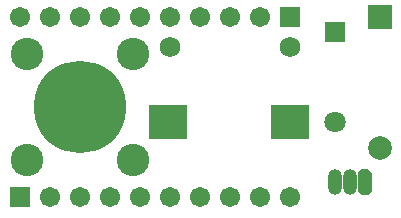
<source format=gbr>
G04 DipTrace 2.4.0.2*
%INTopMask.gbr*%
%MOIN*%
%ADD17R,0.0709X0.0709*%
%ADD35C,0.068*%
%ADD37C,0.068*%
%ADD39O,0.0474X0.0867*%
%ADD41R,0.126X0.118*%
%ADD43C,0.0671*%
%ADD45R,0.0671X0.0671*%
%ADD47C,0.108*%
%ADD49C,0.308*%
%ADD51C,0.0789*%
%ADD53R,0.0789X0.0789*%
%ADD55C,0.071*%
%FSLAX44Y44*%
G04*
G70*
G90*
G75*
G01*
%LNTopMask*%
%LPD*%
D55*
X15190Y7190D3*
D17*
Y10190D3*
D53*
X16690Y10690D3*
D51*
Y6340D3*
D49*
X6690Y7690D3*
D47*
X8458Y5922D3*
X4922D3*
Y9458D3*
X8458D3*
D45*
X13690Y10690D3*
D43*
X12690D3*
X11690D3*
X10690D3*
X9690D3*
X8690D3*
X7690D3*
X6690D3*
X5690D3*
X4690D3*
D45*
Y4690D3*
D43*
X5690D3*
X6690D3*
X7690D3*
X8690D3*
X9690D3*
X10690D3*
X11690D3*
X12690D3*
X13690D3*
D41*
Y7190D3*
X9640D3*
G36*
X16427Y5502D2*
X16305Y5624D1*
X16075D1*
X15953Y5502D1*
Y4878D1*
X16075Y4756D1*
X16305D1*
X16427Y4878D1*
Y5502D1*
G37*
D39*
X15690Y5190D3*
X15190D3*
D37*
X9690Y9690D3*
D35*
X13690D3*
M02*

</source>
